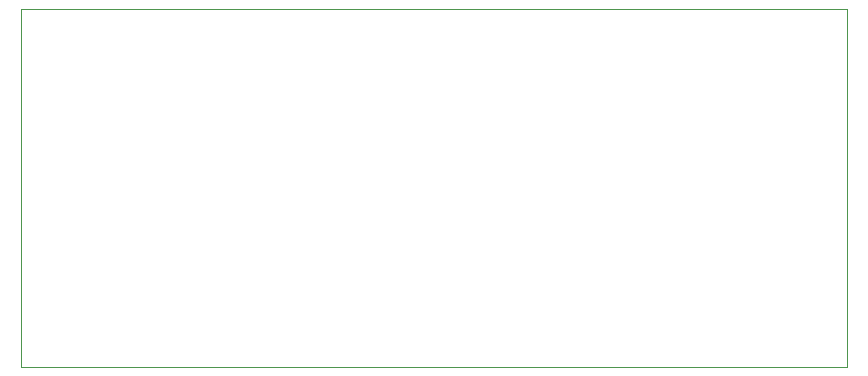
<source format=gm1>
%TF.GenerationSoftware,KiCad,Pcbnew,9.0.6*%
%TF.CreationDate,2025-12-01T20:52:41-05:00*%
%TF.ProjectId,Pico 2HP,5069636f-2032-4485-902e-6b696361645f,rev?*%
%TF.SameCoordinates,Original*%
%TF.FileFunction,Profile,NP*%
%FSLAX46Y46*%
G04 Gerber Fmt 4.6, Leading zero omitted, Abs format (unit mm)*
G04 Created by KiCad (PCBNEW 9.0.6) date 2025-12-01 20:52:41*
%MOMM*%
%LPD*%
G01*
G04 APERTURE LIST*
%TA.AperFunction,Profile*%
%ADD10C,0.050000*%
%TD*%
G04 APERTURE END LIST*
D10*
X75025000Y-50275000D02*
X145000000Y-50275000D01*
X145000000Y-80525000D01*
X75025000Y-80525000D01*
X75025000Y-50275000D01*
M02*

</source>
